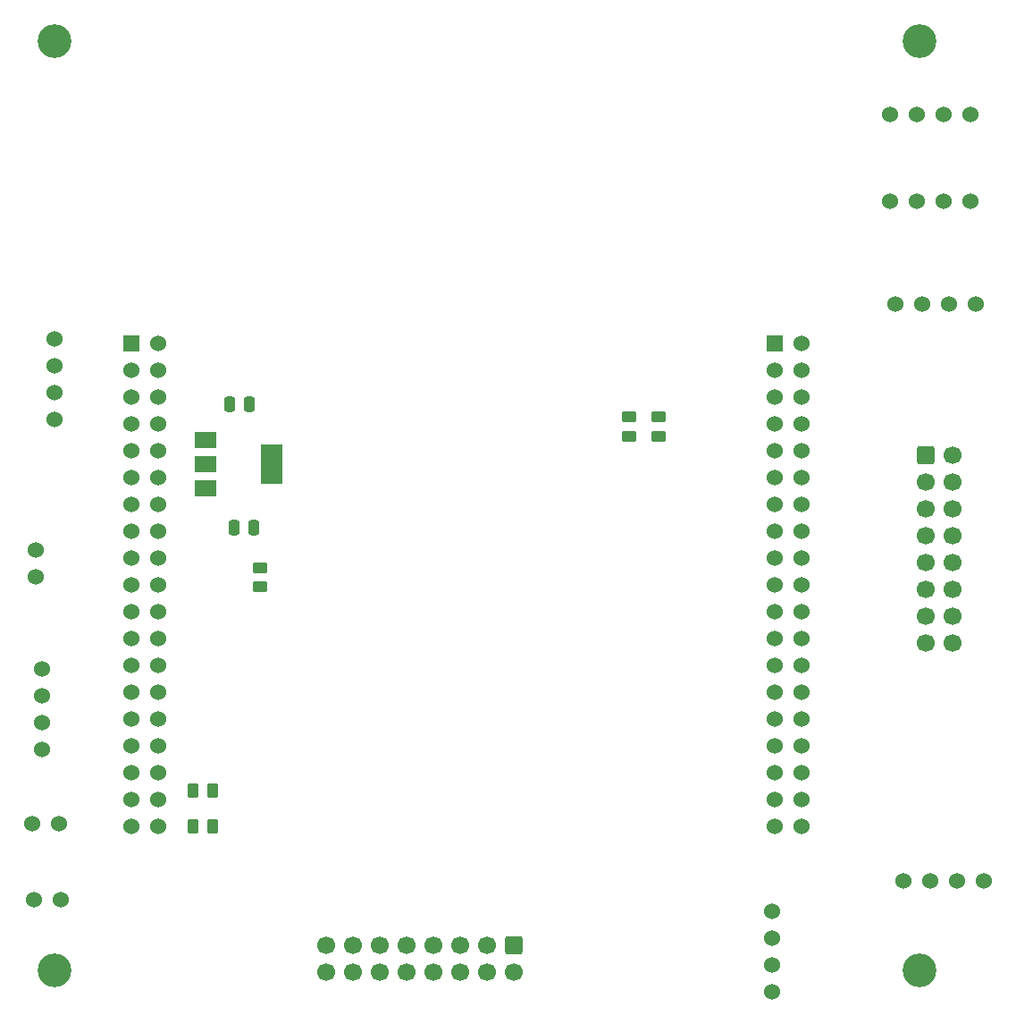
<source format=gbr>
G04 #@! TF.GenerationSoftware,KiCad,Pcbnew,(6.0.1)*
G04 #@! TF.CreationDate,2022-02-07T00:01:02+01:00*
G04 #@! TF.ProjectId,CartePrincipaleR1,43617274-6550-4726-996e-636970616c65,rev?*
G04 #@! TF.SameCoordinates,Original*
G04 #@! TF.FileFunction,Soldermask,Top*
G04 #@! TF.FilePolarity,Negative*
%FSLAX46Y46*%
G04 Gerber Fmt 4.6, Leading zero omitted, Abs format (unit mm)*
G04 Created by KiCad (PCBNEW (6.0.1)) date 2022-02-07 00:01:02*
%MOMM*%
%LPD*%
G01*
G04 APERTURE LIST*
G04 Aperture macros list*
%AMRoundRect*
0 Rectangle with rounded corners*
0 $1 Rounding radius*
0 $2 $3 $4 $5 $6 $7 $8 $9 X,Y pos of 4 corners*
0 Add a 4 corners polygon primitive as box body*
4,1,4,$2,$3,$4,$5,$6,$7,$8,$9,$2,$3,0*
0 Add four circle primitives for the rounded corners*
1,1,$1+$1,$2,$3*
1,1,$1+$1,$4,$5*
1,1,$1+$1,$6,$7*
1,1,$1+$1,$8,$9*
0 Add four rect primitives between the rounded corners*
20,1,$1+$1,$2,$3,$4,$5,0*
20,1,$1+$1,$4,$5,$6,$7,0*
20,1,$1+$1,$6,$7,$8,$9,0*
20,1,$1+$1,$8,$9,$2,$3,0*%
G04 Aperture macros list end*
%ADD10RoundRect,0.250000X0.450000X-0.262500X0.450000X0.262500X-0.450000X0.262500X-0.450000X-0.262500X0*%
%ADD11C,1.524000*%
%ADD12RoundRect,0.250000X-0.250000X-0.475000X0.250000X-0.475000X0.250000X0.475000X-0.250000X0.475000X0*%
%ADD13C,3.200000*%
%ADD14R,2.000000X1.500000*%
%ADD15R,2.000000X3.800000*%
%ADD16RoundRect,0.250000X0.262500X0.450000X-0.262500X0.450000X-0.262500X-0.450000X0.262500X-0.450000X0*%
%ADD17R,1.530000X1.530000*%
%ADD18C,1.530000*%
%ADD19RoundRect,0.250000X-0.450000X0.262500X-0.450000X-0.262500X0.450000X-0.262500X0.450000X0.262500X0*%
%ADD20RoundRect,0.250000X-0.600000X0.600000X-0.600000X-0.600000X0.600000X-0.600000X0.600000X0.600000X0*%
%ADD21C,1.700000*%
%ADD22RoundRect,0.250000X-0.600000X-0.600000X0.600000X-0.600000X0.600000X0.600000X-0.600000X0.600000X0*%
G04 APERTURE END LIST*
D10*
X120300000Y-78425000D03*
X120300000Y-76600000D03*
D11*
X151110000Y-120500000D03*
X148570000Y-120500000D03*
X146030000Y-120500000D03*
X143490000Y-120500000D03*
D12*
X79600000Y-75400000D03*
X81500000Y-75400000D03*
D11*
X142190000Y-56200000D03*
X144730000Y-56200000D03*
X147270000Y-56200000D03*
X149810000Y-56200000D03*
D13*
X145000000Y-129000000D03*
D11*
X149810000Y-48000000D03*
X147270000Y-48000000D03*
X144730000Y-48000000D03*
X142190000Y-48000000D03*
D13*
X63000000Y-41000000D03*
D14*
X77350000Y-78800000D03*
X77350000Y-81100000D03*
D15*
X83650000Y-81100000D03*
D14*
X77350000Y-83400000D03*
D11*
X63000000Y-76810000D03*
X63000000Y-74270000D03*
X63000000Y-71730000D03*
X63000000Y-69190000D03*
X142700000Y-65900000D03*
X145240000Y-65900000D03*
X147780000Y-65900000D03*
X150320000Y-65900000D03*
D12*
X80050000Y-87100000D03*
X81950000Y-87100000D03*
D16*
X78012500Y-115400000D03*
X76187500Y-115400000D03*
D17*
X70350000Y-69690000D03*
D18*
X72890000Y-69690000D03*
X70350000Y-72230000D03*
X72890000Y-72230000D03*
X70350000Y-74770000D03*
X72890000Y-74770000D03*
X70350000Y-77310000D03*
X72890000Y-77310000D03*
X70350000Y-79850000D03*
X72890000Y-79850000D03*
X70350000Y-82390000D03*
X72890000Y-82390000D03*
X70350000Y-84930000D03*
X72890000Y-84930000D03*
X70350000Y-87470000D03*
X72890000Y-87470000D03*
X70350000Y-90010000D03*
X72890000Y-90010000D03*
X70350000Y-92550000D03*
X72890000Y-92550000D03*
X70350000Y-95090000D03*
X72890000Y-95090000D03*
X70350000Y-97630000D03*
X72890000Y-97630000D03*
X70350000Y-100170000D03*
X72890000Y-100170000D03*
X70350000Y-102710000D03*
X72890000Y-102710000D03*
X70350000Y-105250000D03*
X72890000Y-105250000D03*
X70350000Y-107790000D03*
X72890000Y-107790000D03*
X70350000Y-110330000D03*
X72890000Y-110330000D03*
X70350000Y-112870000D03*
X72890000Y-112870000D03*
X70350000Y-115410000D03*
X72890000Y-115410000D03*
D17*
X131310000Y-69690000D03*
D18*
X133850000Y-69690000D03*
X131310000Y-72230000D03*
X133850000Y-72230000D03*
X131310000Y-74770000D03*
X133850000Y-74770000D03*
X131310000Y-77310000D03*
X133850000Y-77310000D03*
X131310000Y-79850000D03*
X133850000Y-79850000D03*
X131310000Y-82390000D03*
X133850000Y-82390000D03*
X131310000Y-84930000D03*
X133850000Y-84930000D03*
X131310000Y-87470000D03*
X133850000Y-87470000D03*
X131310000Y-90010000D03*
X133850000Y-90010000D03*
X131310000Y-92550000D03*
X133850000Y-92550000D03*
X131310000Y-95090000D03*
X133850000Y-95090000D03*
X131310000Y-97630000D03*
X133850000Y-97630000D03*
X131310000Y-100170000D03*
X133850000Y-100170000D03*
X131310000Y-102710000D03*
X133850000Y-102710000D03*
X131310000Y-105250000D03*
X133850000Y-105250000D03*
X131310000Y-107790000D03*
X133850000Y-107790000D03*
X131310000Y-110330000D03*
X133850000Y-110330000D03*
X131310000Y-112870000D03*
X133850000Y-112870000D03*
X131310000Y-115410000D03*
X133850000Y-115410000D03*
D11*
X61300000Y-89230000D03*
X61300000Y-91770000D03*
X131000000Y-131010000D03*
X131000000Y-128470000D03*
X131000000Y-125930000D03*
X131000000Y-123390000D03*
D13*
X63000000Y-129000000D03*
D11*
X63470000Y-115100000D03*
X60930000Y-115100000D03*
D19*
X82500000Y-90887500D03*
X82500000Y-92712500D03*
D13*
X145000000Y-41000000D03*
D20*
X106600000Y-126600000D03*
D21*
X106600000Y-129140000D03*
X104060000Y-126600000D03*
X104060000Y-129140000D03*
X101520000Y-126600000D03*
X101520000Y-129140000D03*
X98980000Y-126600000D03*
X98980000Y-129140000D03*
X96440000Y-126600000D03*
X96440000Y-129140000D03*
X93900000Y-126600000D03*
X93900000Y-129140000D03*
X91360000Y-126600000D03*
X91360000Y-129140000D03*
X88820000Y-126600000D03*
X88820000Y-129140000D03*
D22*
X145600000Y-80200000D03*
D21*
X148140000Y-80200000D03*
X145600000Y-82740000D03*
X148140000Y-82740000D03*
X145600000Y-85280000D03*
X148140000Y-85280000D03*
X145600000Y-87820000D03*
X148140000Y-87820000D03*
X145600000Y-90360000D03*
X148140000Y-90360000D03*
X145600000Y-92900000D03*
X148140000Y-92900000D03*
X145600000Y-95440000D03*
X148140000Y-95440000D03*
X145600000Y-97980000D03*
X148140000Y-97980000D03*
D10*
X117500000Y-78425000D03*
X117500000Y-76600000D03*
D11*
X61832000Y-100490000D03*
X61832000Y-103030000D03*
X61832000Y-105570000D03*
X61832000Y-108110000D03*
X63670000Y-122300000D03*
X61130000Y-122300000D03*
D16*
X78000000Y-112000000D03*
X76175000Y-112000000D03*
M02*

</source>
